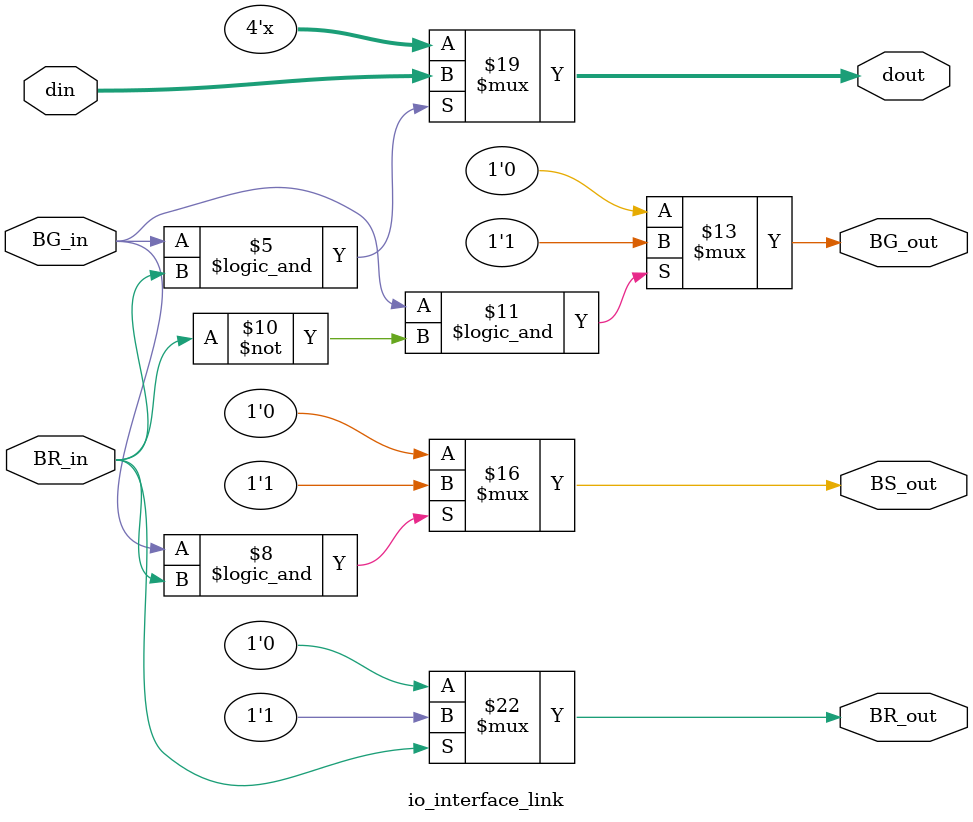
<source format=v>
`timescale 1ns / 1ps

module io_interface_link(
    input BG_in, // ÓÉÆäËûÉè±¸½øÀ´µÄBGÐÅºÅ
    output reg BG_out, // ¸øÆäËûÉè±¸µÄBGÐÅºÅ£¨Á´Ê½£©
    input BR_in,    // Íâ²¿ÊäÈëµÄ×ÜÏßÇëÇó
    output reg BR_out,  // Êä³ö£º×ÜÏßÇëÇóÐÅºÅ
    output reg BS_out,  // Êä³ö£º×ÜÏßÃ¦ÐÅºÅ
    input [3:0]din, // ÇëÇóµØÖ·£ºÍâ²¿ÊäÈë
    output reg [3:0]dout    // ·ÅÔÚµØÖ·×ÜÏßÉÏµÄÊý¾Ý
    );

    always @(BR_in)
        begin
            if(BR_in)
				begin
					BR_out = 1;
				end
			else
				begin
					BR_out = 0;
				end
		end
		
	always @(BG_in or BR_in)
		begin
			if(BG_in == 1 && BR_in == 1)
				begin					
					dout = din;
				end
			else
			    begin
                    dout = 4'bzzzz;
			    end
			if(BG_in == 1 && BR_in == 1)
			    begin
			        BS_out = 1;
			    end
			else
			    begin
			        BS_out = 0;
			    end
			if(BG_in == 1 && BR_in == 0)
				begin					
					BG_out = 1;
				end
			else
			    begin
			        BG_out = 0;
			    end			    
		end
	
endmodule

</source>
